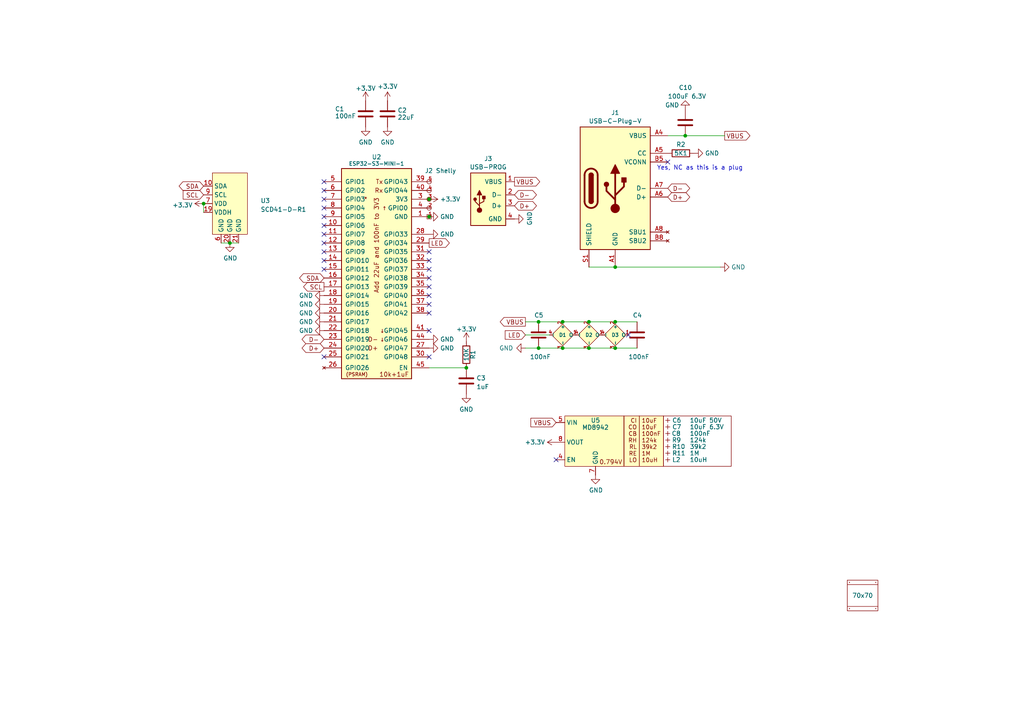
<source format=kicad_sch>
(kicad_sch (version 20230121) (generator eeschema)
  (paper "A4")
  (title_block (title "Generic ESP32 USB-A") (date "${DATE}") (rev "1") (comment 1 "@TheRealRevK") (comment 2 "www.me.uk"))
  (lib_symbols
    (symbol "Device:C" (pin_numbers hide) (pin_names (offset 0.254))
      (property "Reference" "C" (at 0.635 2.54 0))
      (property "Value" "C" (at 0.635 -2.54 0))
      (symbol "C_0_1"
        (polyline (pts (xy -2.032 -0.762) (xy 2.032 -0.762)) (stroke (width 0.508)))
        (polyline (pts (xy -2.032 0.762) (xy 2.032 0.762)) (stroke (width 0.508)))
      )
      (symbol "C_1_1"
        (pin passive line (at 0 3.81 270) (length 2.794) (name "~") (number "1"))
        (pin passive line (at 0 -3.81 90) (length 2.794) (name "~") (number "2"))
      )
    )
    (symbol "Device:R" (pin_numbers hide) (pin_names (offset 0))
      (property "Reference" "R" (at 2.032 0 90))
      (property "Value" "R" (at 0 0 90))
      (symbol "R_0_1"
        (rectangle (start -1.016 -2.54) (end 1.016 2.54) (stroke (width 0.254)))
      )
      (symbol "R_1_1"
        (pin passive line (at 0 3.81 270) (length 1.27) (name "~") (number "1"))
        (pin passive line (at 0 -3.81 90) (length 1.27) (name "~") (number "2"))
      )
    )
    (symbol "RevK:ESP32-S3-MINI-1-N4R2" (pin_names (offset 1.016))
      (property "Reference" "U" (at 0 27.94 0))
      (property "Value" "ESP32-S3-MINI-1-N4R2" (at 0 31.115 0))
      (symbol "ESP32-S3-MINI-1-N4R2_0_0"
        (rectangle (start -10.16 30.48) (end 10.16 -30.48) (stroke (width 0.254)) (fill (type background)))
      )
      (symbol "ESP32-S3-MINI-1-N4R2_1_1"
        (text "(PSRAM)" (at -5.715 -29.21 0) (effects (font (size 1 1))))
        (text "*" (at -3.175 21.59 0) (effects (font (size 1.27 1.27))))
        (text "10k+1uF" (at 5.08 -29.21 0) (effects (font (size 1.27 1.27))))
        (text "Add 22uF and 100nF to 3V3" (at 0 8.255 900) (effects (font (size 1.27 1.27))))
        (text "D+" (at -2.54 -21.59 0) (effects (font (size 1.27 1.27)) (justify left)))
        (text "D-" (at -2.54 -19.05 0) (effects (font (size 1.27 1.27)) (justify left)))
        (text "Rx" (at 1.905 24.13 0) (effects (font (size 1.27 1.27)) (justify right)))
        (text "Tx" (at 1.905 26.67 0) (effects (font (size 1.27 1.27)) (justify right)))
        (text "↑" (at 3.175 19.05 0) (effects (font (size 1.27 1.27)) (justify right)))
        (text "↓" (at 2.54 -19.05 0) (effects (font (size 1.27 1.27)) (justify right)))
        (text "↓" (at 2.54 -16.51 0) (effects (font (size 1.27 1.27)) (justify right)))
        (pin power_in line (at 15.24 16.51 180) (length 5.08) (name "GND") (number "1"))
        (pin passive line (at -15.24 13.97 0) (length 5.08) (name "GPIO6") (number "10"))
        (pin passive line (at -15.24 11.43 0) (length 5.08) (name "GPIO7") (number "11"))
        (pin passive line (at -15.24 8.89 0) (length 5.08) (name "GPIO8") (number "12"))
        (pin passive line (at -15.24 6.35 0) (length 5.08) (name "GPIO9") (number "13"))
        (pin passive line (at -15.24 3.81 0) (length 5.08) (name "GPIO10") (number "14"))
        (pin passive line (at -15.24 1.27 0) (length 5.08) (name "GPIO11") (number "15"))
        (pin passive line (at -15.24 -1.27 0) (length 5.08) (name "GPIO12") (number "16"))
        (pin passive line (at -15.24 -3.81 0) (length 5.08) (name "GPIO13") (number "17"))
        (pin passive line (at -15.24 -6.35 0) (length 5.08) (name "GPIO14") (number "18"))
        (pin passive line (at -15.24 -8.89 0) (length 5.08) (name "GPIO15") (number "19"))
        (pin power_in line (at 15.24 16.51 180) (length 5.08) hide (name "GND") (number "2"))
        (pin passive line (at -15.24 -11.43 0) (length 5.08) (name "GPIO16") (number "20"))
        (pin passive line (at -15.24 -13.97 0) (length 5.08) (name "GPIO17") (number "21"))
        (pin passive line (at -15.24 -16.51 0) (length 5.08) (name "GPIO18") (number "22"))
        (pin passive line (at -15.24 -19.05 0) (length 5.08) (name "GPIO19") (number "23"))
        (pin passive line (at -15.24 -21.59 0) (length 5.08) (name "GPIO20") (number "24"))
        (pin passive line (at -15.24 -24.13 0) (length 5.08) (name "GPIO21") (number "25"))
        (pin no_connect line (at -15.24 -27.305 0) (length 5.08) (name "GPIO26") (number "26"))
        (pin passive line (at 15.24 -21.59 180) (length 5.08) (name "GPIO47") (number "27"))
        (pin passive line (at 15.24 11.43 180) (length 5.08) (name "GPIO33") (number "28"))
        (pin passive line (at 15.24 8.89 180) (length 5.08) (name "GPIO34") (number "29"))
        (pin power_in line (at 15.24 21.59 180) (length 5.08) (name "3V3") (number "3"))
        (pin passive line (at 15.24 -24.13 180) (length 5.08) (name "GPIO48") (number "30"))
        (pin passive line (at 15.24 6.35 180) (length 5.08) (name "GPIO35") (number "31"))
        (pin passive line (at 15.24 3.81 180) (length 5.08) (name "GPIO36") (number "32"))
        (pin passive line (at 15.24 1.27 180) (length 5.08) (name "GPIO37") (number "33"))
        (pin passive line (at 15.24 -1.27 180) (length 5.08) (name "GPIO38") (number "34"))
        (pin passive line (at 15.24 -3.81 180) (length 5.08) (name "GPIO39") (number "35"))
        (pin passive line (at 15.24 -6.35 180) (length 5.08) (name "GPIO40") (number "36"))
        (pin passive line (at 15.24 -8.89 180) (length 5.08) (name "GPIO41") (number "37"))
        (pin passive line (at 15.24 -11.43 180) (length 5.08) (name "GPIO42") (number "38"))
        (pin passive line (at 15.24 26.67 180) (length 5.08) (name "GPIO43") (number "39"))
        (pin passive line (at 15.24 19.05 180) (length 5.08) (name "GPIO0") (number "4"))
        (pin passive line (at 15.24 24.13 180) (length 5.08) (name "GPIO44") (number "40"))
        (pin passive line (at 15.24 -16.51 180) (length 5.08) (name "GPIO45") (number "41"))
        (pin power_in line (at 15.24 16.51 180) (length 5.08) hide (name "GND") (number "42"))
        (pin power_in line (at 15.24 16.51 180) (length 5.08) hide (name "GND") (number "43"))
        (pin passive line (at 15.24 -19.05 180) (length 5.08) (name "GPIO46") (number "44"))
        (pin input line (at 15.24 -27.305 180) (length 5.08) (name "EN") (number "45"))
        (pin power_in line (at 15.24 16.51 180) (length 5.08) hide (name "GND") (number "46"))
        (pin power_in line (at 15.24 16.51 180) (length 5.08) hide (name "GND") (number "47"))
        (pin power_in line (at 15.24 16.51 180) (length 5.08) hide (name "GND") (number "48"))
        (pin power_in line (at 15.24 16.51 180) (length 5.08) hide (name "GND") (number "49"))
        (pin passive line (at -15.24 26.67 0) (length 5.08) (name "GPIO1") (number "5"))
        (pin power_in line (at 15.24 16.51 180) (length 5.08) hide (name "GND") (number "50"))
        (pin power_in line (at 15.24 16.51 180) (length 5.08) hide (name "GND") (number "51"))
        (pin power_in line (at 15.24 16.51 180) (length 5.08) hide (name "GND") (number "52"))
        (pin power_in line (at 15.24 16.51 180) (length 5.08) hide (name "GND") (number "53"))
        (pin power_in line (at 15.24 16.51 180) (length 5.08) hide (name "GND") (number "54"))
        (pin power_in line (at 15.24 16.51 180) (length 5.08) hide (name "GND") (number "55"))
        (pin power_in line (at 15.24 16.51 180) (length 5.08) hide (name "GND") (number "56"))
        (pin power_in line (at 15.24 16.51 180) (length 5.08) hide (name "GND") (number "57"))
        (pin power_in line (at 15.24 16.51 180) (length 5.08) hide (name "GND") (number "58"))
        (pin power_in line (at 15.24 16.51 180) (length 5.08) hide (name "GND") (number "59"))
        (pin passive line (at -15.24 24.13 0) (length 5.08) (name "GPIO2") (number "6"))
        (pin power_in line (at 15.24 16.51 180) (length 5.08) hide (name "GND") (number "60"))
        (pin power_in line (at 15.24 16.51 180) (length 5.08) hide (name "GND") (number "61"))
        (pin power_in line (at 15.24 16.51 180) (length 5.08) hide (name "GND") (number "62"))
        (pin power_in line (at 15.24 16.51 180) (length 5.08) hide (name "GND") (number "63"))
        (pin power_in line (at 15.24 16.51 180) (length 5.08) hide (name "GND") (number "64"))
        (pin power_in line (at 15.24 16.51 180) (length 5.08) hide (name "GND") (number "65"))
        (pin passive line (at -15.24 21.59 0) (length 5.08) (name "GPIO3") (number "7"))
        (pin passive line (at -15.24 19.05 0) (length 5.08) (name "GPIO4") (number "8"))
        (pin passive line (at -15.24 16.51 0) (length 5.08) (name "GPIO5") (number "9"))
      )
    )
    (symbol "RevK:Hidden" (pin_names (offset 1.016)) (in_bom no)
      (property "Reference" "Z" (at 0.635 0 0))
      (property "Value" "Hidden" (at 4.445 0 0))
      (symbol "Hidden_0_1"
        (polyline (pts (xy -0.635 0) (xy 0.635 0)) (stroke (width 0.1524)))
        (polyline (pts (xy 0 0.635) (xy 0 -0.635)) (stroke (width 0.1524)))
      )
    )
    (symbol "RevK:MD89420-RegBlock"
      (property "Reference" "U" (at -0.635 4.445 0))
      (property "Value" "MD8942" (at 0 6.35 0))
      (symbol "MD89420-RegBlock_1_1"
        (rectangle (start -8.89 7.62) (end 8.255 -6.985) (fill (type background)))
        (rectangle (start 8.255 7.62) (end 12.7 -6.985) (fill (type background)))
        (rectangle (start 12.7 7.62) (end 19.685 -6.985) (fill (type background)))
        (rectangle (start 19.685 7.62) (end 39.37 -6.985))
        (text "0.794V" (at 4.445 -5.715 0) (effects (font (size 1.27 1.27))))
        (text "10uF\n10uF\n100nF\n124k\n39k2\n1M\n10uH" (at 13.335 6.985 0) (effects (font (size 1.185 1.185)) (justify left top)))
        (text "CI\nCO\nCB\nRH\nRL\nRE\nLO" (at 12.065 6.985 0) (effects (font (size 1.185 1.185)) (justify right top)))
        (pin no_connect line (at 5.715 0 0) (length 2.54) hide (name "") (number "1"))
        (pin power_in line (at 0 -9.525 90) (length 2.54) hide (name "GND") (number "2"))
        (pin no_connect line (at 5.715 1.905 0) (length 2.54) hide (name "") (number "3"))
        (pin input line (at -11.43 -5.08 0) (length 2.54) (name "EN") (number "4"))
        (pin power_in line (at -11.43 5.715 0) (length 2.54) (name "VIN") (number "5"))
        (pin no_connect line (at 5.715 -1.905 0) (length 2.54) hide (name "") (number "6"))
        (pin power_in line (at 0 -9.525 90) (length 2.54) (name "GND") (number "7"))
        (pin power_out line (at -11.43 0 0) (length 2.54) (name "VOUT") (number "8"))
      )
    )
    (symbol "RevK:PCB" (in_bom no)
      (property "Value" "XxY" (at 0 0 0))
      (symbol "PCB_0_1"
        (rectangle (start -4.445 4.445) (end 4.445 -4.445))
        (circle (center -3.81 -3.81) (radius 0.0001))
        (circle (center -3.81 3.81) (radius 0.0001))
        (circle (center 3.81 -3.81) (radius 0.0001))
        (circle (center 3.81 3.81) (radius 0.0001))
      )
    )
    (symbol "RevK:SCD41"
      (property "Reference" "U" (at -1.27 10.16 0))
      (property "Value" "SCD41" (at 1.27 7.62 0))
      (symbol "SCD41_0_1"
        (rectangle (start -5.08 8.89) (end 5.08 -8.89) (stroke (width 0.1524)) (fill (type background)))
      )
      (symbol "SCD41_1_1"
        (pin no_connect non_logic (at 7.62 0 180) (length 2.54) hide (name "DNC") (number "1"))
        (pin bidirectional line (at -7.62 5.08 0) (length 2.54) (name "SDA") (number "10"))
        (pin no_connect line (at 7.62 5.08 180) (length 2.54) hide (name "DNC") (number "11"))
        (pin no_connect non_logic (at 7.62 -2.54 180) (length 2.54) hide (name "DNC") (number "12"))
        (pin no_connect non_logic (at 7.62 -5.08 180) (length 2.54) hide (name "DNC") (number "13"))
        (pin no_connect non_logic (at 7.62 -7.62 180) (length 2.54) hide (name "DNC") (number "14"))
        (pin no_connect non_logic (at 7.62 2.54 180) (length 2.54) hide (name "DNC") (number "15"))
        (pin no_connect non_logic (at 7.62 -1.27 180) (length 2.54) hide (name "DNC") (number "16"))
        (pin no_connect non_logic (at 7.62 -3.81 180) (length 2.54) hide (name "DNC") (number "17"))
        (pin no_connect non_logic (at 7.62 -6.35 180) (length 2.54) hide (name "DNC") (number "18"))
        (pin power_in line (at -7.62 -2.54 0) (length 2.54) (name "VDDH") (number "19"))
        (pin no_connect non_logic (at 7.62 3.81 180) (length 2.54) hide (name "DNC") (number "2"))
        (pin power_in line (at 0 -11.43 90) (length 2.54) (name "GND") (number "20"))
        (pin power_in line (at 2.54 -11.43 90) (length 2.54) (name "GND") (number "21"))
        (pin no_connect non_logic (at 7.62 1.27 180) (length 2.54) hide (name "DNC") (number "3"))
        (pin no_connect non_logic (at 7.62 6.35 180) (length 2.54) hide (name "DNC") (number "4"))
        (pin no_connect non_logic (at 7.62 7.62 180) (length 2.54) hide (name "DNC") (number "5"))
        (pin power_in line (at -2.54 -11.43 90) (length 2.54) (name "GND") (number "6"))
        (pin power_in line (at -7.62 0 0) (length 2.54) (name "VDD") (number "7"))
        (pin no_connect non_logic (at 7.62 -8.89 180) (length 2.54) hide (name "DNC") (number "8"))
        (pin input line (at -7.62 2.54 0) (length 2.54) (name "SCL") (number "9"))
      )
    )
    (symbol "RevK:Shelly" (in_bom no)
      (property "Reference" "J" (at 2.54 -8.255 0))
      (property "Value" "Shelly" (at 2.54 9.525 0))
      (symbol "Shelly_0_1"
        (circle (center 0 -2.54) (radius 0.635) (stroke (width 0.1524)))
        (circle (center 0 0) (radius 0.635) (stroke (width 0.1524)))
        (circle (center 0 2.54) (radius 0.635) (stroke (width 0.1524)))
        (circle (center 0 5.08) (radius 0.635) (stroke (width 0.1524)))
        (rectangle (start 0.635 -5.715) (end -0.635 -4.445) (stroke (width 0.1524)))
      )
      (symbol "Shelly_1_1"
        (pin passive line (at 0 -5.08 0) (length 0.64) (name "GND") (number "1"))
        (pin passive line (at 0 -2.54 0) (length 0.64) (name "0") (number "2"))
        (pin passive line (at 0 0 0) (length 0.64) (name "3V3") (number "3"))
        (pin passive line (at 0 2.54 0) (length 0.64) (name "Rx") (number "4"))
        (pin passive line (at 0 5.08 0) (length 0.64) (name "Tx") (number "5"))
      )
    )
    (symbol "RevK:USB-C-Plug-V" (pin_names (offset 1.016))
      (property "Reference" "J" (at -10.16 19.05 0))
      (property "Value" "USB-C-Plug-V" (at 0 12.7 0))
      (symbol "USB-C-Plug-V_0_1"
        (rectangle (start -10.16 17.78) (end 10.16 -17.78) (stroke (width 0.254)) (fill (type background)))
        (arc (start -8.89 -3.81) (mid -6.985 -5.7067) (end -5.08 -3.81) (stroke (width 0.508)))
        (arc (start -7.62 -3.81) (mid -6.985 -4.4423) (end -6.35 -3.81) (stroke (width 0.254)))
        (arc (start -7.62 -3.81) (mid -6.985 -4.4423) (end -6.35 -3.81) (stroke (width 0.254)) (fill (type outline)))
        (rectangle (start -7.62 -3.81) (end -6.35 3.81) (stroke (width 0.254)) (fill (type outline)))
        (arc (start -6.35 3.81) (mid -6.985 4.4423) (end -7.62 3.81) (stroke (width 0.254)))
        (arc (start -6.35 3.81) (mid -6.985 4.4423) (end -7.62 3.81) (stroke (width 0.254)) (fill (type outline)))
        (arc (start -5.08 3.81) (mid -6.985 5.7067) (end -8.89 3.81) (stroke (width 0.508)))
        (circle (center -2.54 1.143) (radius 0.635) (stroke (width 0.254)) (fill (type outline)))
        (circle (center 0 -5.842) (radius 1.27) (fill (type outline)))
        (polyline (pts (xy -8.89 -3.81) (xy -8.89 3.81)) (stroke (width 0.508)))
        (polyline (pts (xy -5.08 3.81) (xy -5.08 -3.81)) (stroke (width 0.508)))
        (polyline (pts (xy 0 -5.842) (xy 0 4.318)) (stroke (width 0.508)))
        (polyline (pts (xy 0 -3.302) (xy -2.54 -0.762) (xy -2.54 0.508)) (stroke (width 0.508)))
        (polyline (pts (xy 0 -2.032) (xy 2.54 0.508) (xy 2.54 1.778)) (stroke (width 0.508)))
        (polyline (pts (xy -1.27 4.318) (xy 0 6.858) (xy 1.27 4.318) (xy -1.27 4.318)) (stroke (width 0.254)) (fill (type outline)))
        (rectangle (start 1.905 1.778) (end 3.175 3.048) (stroke (width 0.254)) (fill (type outline)))
      )
      (symbol "USB-C-Plug-V_1_1"
        (pin power_out line (at 0 -22.86 90) (length 5.08) (name "GND") (number "A1"))
        (pin passive line (at 0 -22.86 90) (length 5.08) hide (name "GND") (number "A12"))
        (pin power_out line (at 15.24 15.24 180) (length 5.08) (name "VBUS") (number "A4"))
        (pin bidirectional line (at 15.24 10.16 180) (length 5.08) (name "CC") (number "A5"))
        (pin bidirectional line (at 15.24 -2.54 180) (length 5.08) (name "D+") (number "A6"))
        (pin bidirectional line (at 15.24 0 180) (length 5.08) (name "D-") (number "A7"))
        (pin no_connect line (at 15.24 -12.7 180) (length 5.08) (name "SBU1") (number "A8"))
        (pin passive line (at 15.24 15.24 180) (length 5.08) hide (name "VBUS") (number "A9"))
        (pin passive line (at 0 -22.86 90) (length 5.08) hide (name "GND") (number "B1"))
        (pin passive line (at 0 -22.86 90) (length 5.08) hide (name "GND") (number "B12"))
        (pin passive line (at 15.24 15.24 180) (length 5.08) hide (name "VBUS") (number "B4"))
        (pin bidirectional line (at 15.24 7.62 180) (length 5.08) (name "VCONN") (number "B5"))
        (pin bidirectional line (at 15.24 -2.54 180) (length 5.08) hide (name "D+") (number "B6"))
        (pin bidirectional line (at 15.24 0 180) (length 5.08) hide (name "D-") (number "B7"))
        (pin no_connect line (at 15.24 -15.24 180) (length 5.08) (name "SBU2") (number "B8"))
        (pin passive line (at 15.24 15.24 180) (length 5.08) hide (name "VBUS") (number "B9"))
        (pin passive line (at -7.62 -22.86 90) (length 5.08) (name "SHIELD") (number "S1"))
        (pin passive line (at -7.62 -22.86 90) (length 5.08) hide (name "SHIELD") (number "S2"))
      )
    )
    (symbol "RevK:USB-PROG" (pin_names (offset 1.016)) (in_bom no)
      (property "Reference" "J" (at -5.08 11.43 0))
      (property "Value" "USB-PROG" (at -5.08 8.89 0))
      (symbol "USB-PROG_0_1"
        (rectangle (start -5.08 -7.62) (end 5.08 7.62) (stroke (width 0.254)) (fill (type background)))
        (circle (center -3.81 0) (radius 0.381) (stroke (width 0.254)) (fill (type outline)))
        (circle (center -2.54 -3.175) (radius 0.635) (stroke (width 0.254)) (fill (type outline)))
        (rectangle (start -1.651 0.889) (end -0.889 0.127) (stroke (width 0.254)) (fill (type outline)))
        (polyline (pts (xy -3.175 1.27) (xy -1.905 1.27) (xy -2.54 2.54) (xy -3.175 1.27)) (stroke (width 0.254)) (fill (type outline)))
        (polyline (pts (xy -2.54 -2.54) (xy -2.54 -1.905) (xy -3.81 -0.635) (xy -3.81 0)) (stroke (width 0.254)))
        (polyline (pts (xy -2.54 -1.905) (xy -2.54 -1.27) (xy -1.27 -0.635) (xy -1.27 0.635)) (stroke (width 0.254)))
      )
      (symbol "USB-PROG_1_1"
        (polyline (pts (xy -2.54 -1.27) (xy -2.54 1.27)) (stroke (width 0.254)))
        (pin passive line (at 7.62 5.08 180) (length 2.54) (name "VBUS") (number "1"))
        (pin bidirectional line (at 7.62 1.27 180) (length 2.54) (name "D-") (number "2"))
        (pin bidirectional line (at 7.62 -1.905 180) (length 2.54) (name "D+") (number "3"))
        (pin passive line (at 7.62 -5.715 180) (length 2.54) (name "GND") (number "4"))
      )
    )
    (symbol "RevK:VCUT" (in_bom no)
      (symbol "VCUT_0_1"
        (polyline (pts (xy -4.445 0) (xy 4.445 0)))
      )
    )
    (symbol "RevK:WS2812B-1mm" (pin_names (offset 0.254))
      (property "Reference" "D" (at 0 0 0))
      (symbol "WS2812B-1mm_1_1"
        (polyline (pts (xy 0 3.175) (xy 3.175 0) (xy 0 -3.175) (xy -3.175 0) (xy 0 3.175)) (fill (type background)))
        (pin output line (at 3.81 0 180) (length 0.5) (name "O") (number "1"))
        (pin power_in line (at 0 -3.81 90) (length 0.5) (name "+") (number "2"))
        (pin power_in line (at 0 3.81 270) (length 0.5) (name "-") (number "3"))
        (pin input line (at -3.81 0 0) (length 0.5) (name "I") (number "4"))
      )
    )
    (symbol "power:+3.3V" (power) (pin_names (offset 0))
      (property "Value" "+3.3V" (at 0 3.556 0))
      (symbol "+3.3V_0_1"
        (polyline (pts (xy -0.762 1.27) (xy 0 2.54)))
        (polyline (pts (xy 0 0) (xy 0 2.54)))
        (polyline (pts (xy 0 2.54) (xy 0.762 1.27)))
      )
      (symbol "+3.3V_1_1"
        (pin power_in line (at 0 0 90) (length 0) hide (name "+3.3V") (number "1"))
      )
    )
    (symbol "power:GND" (power) (pin_names (offset 0))
      (property "Value" "GND" (at 0 -3.81 0))
      (symbol "GND_0_1"
        (polyline (pts (xy 0 0) (xy 0 -1.27) (xy 1.27 -1.27) (xy 0 -2.54) (xy -1.27 -1.27) (xy 0 -1.27)))
      )
      (symbol "GND_1_1"
        (pin power_in line (at 0 0 270) (length 0) hide (name "GND") (number "1"))
      )
    )
  )
  (junction (at 178.435 93.345))
  (junction (at 66.675 70.485))
  (junction (at 124.46 57.785))
  (junction (at 124.46 62.865))
  (junction (at 170.815 100.965))
  (junction (at 59.055 59.055))
  (junction (at 178.435 77.47))
  (junction (at 170.815 93.345))
  (junction (at 156.21 93.345))
  (junction (at 163.195 100.965))
  (junction (at 156.21 100.965))
  (junction (at 135.255 106.68))
  (junction (at 178.435 100.965))
  (junction (at 198.755 39.37))
  (junction (at 163.195 93.345))
  (no_connect (at 93.98 78.105))
  (no_connect (at 193.675 46.99))
  (no_connect (at 124.46 90.805))
  (no_connect (at 93.98 52.705))
  (no_connect (at 93.98 65.405))
  (no_connect (at 124.46 75.565))
  (no_connect (at 93.98 57.785))
  (no_connect (at 161.29 133.35))
  (no_connect (at 93.98 73.025))
  (no_connect (at 93.98 75.565))
  (no_connect (at 124.46 83.185))
  (no_connect (at 93.98 55.245))
  (no_connect (at 124.46 95.885))
  (no_connect (at 124.46 85.725))
  (no_connect (at 124.46 88.265))
  (no_connect (at 124.46 78.105))
  (no_connect (at 182.245 97.155))
  (no_connect (at 124.46 80.645))
  (no_connect (at 124.46 103.505))
  (no_connect (at 93.98 67.945))
  (no_connect (at 93.98 60.325))
  (no_connect (at 93.98 103.505))
  (no_connect (at 124.46 73.025))
  (no_connect (at 93.98 62.865))
  (no_connect (at 93.98 70.485))
  (wire (pts (xy 152.4 97.155) (xy 159.385 97.155)))
  (wire (pts (xy 64.135 70.485) (xy 66.675 70.485)))
  (wire (pts (xy 178.435 93.345) (xy 184.785 93.345)))
  (wire (pts (xy 66.675 70.485) (xy 69.215 70.485)))
  (wire (pts (xy 198.755 39.37) (xy 210.185 39.37)))
  (wire (pts (xy 124.46 106.68) (xy 135.255 106.68)))
  (wire (pts (xy 198.755 39.37) (xy 193.675 39.37)))
  (wire (pts (xy 163.195 93.345) (xy 170.815 93.345)))
  (wire (pts (xy 156.21 93.345) (xy 163.195 93.345)))
  (wire (pts (xy 152.4 100.965) (xy 156.21 100.965)))
  (wire (pts (xy 163.195 100.965) (xy 170.815 100.965)))
  (wire (pts (xy 152.4 93.345) (xy 156.21 93.345)))
  (wire (pts (xy 170.815 100.965) (xy 178.435 100.965)))
  (wire (pts (xy 170.815 93.345) (xy 178.435 93.345)))
  (wire (pts (xy 156.21 100.965) (xy 163.195 100.965)))
  (wire (pts (xy 178.435 100.965) (xy 184.785 100.965)))
  (wire (pts (xy 170.815 77.47) (xy 178.435 77.47)))
  (wire (pts (xy 59.055 59.055) (xy 59.055 61.595)))
  (wire (pts (xy 178.435 77.47) (xy 208.915 77.47)))
  (text "Yes, NC as this is a plug" (at 190.5 49.53 0) (effects (font (size 1.27 1.27)) (justify left bottom)))
  (global_label "D+" (shape bidirectional) (at 193.675 57.15 0) (property "Intersheetrefs" "${INTERSHEET_REFS}" (effects hide)))
  (global_label "D-" (shape bidirectional) (at 149.225 56.515 0) (property "Intersheetrefs" "${INTERSHEET_REFS}" (effects hide)))
  (global_label "VBUS" (shape input) (at 161.29 122.555 180) (property "Intersheetrefs" "${INTERSHEET_REFS}" (effects hide)))
  (global_label "D+" (shape bidirectional) (at 149.225 59.69 0) (property "Intersheetrefs" "${INTERSHEET_REFS}" (effects hide)))
  (global_label "D+" (shape bidirectional) (at 93.98 100.965 180) (property "Intersheetrefs" "${INTERSHEET_REFS}" (effects hide)))
  (global_label "D-" (shape bidirectional) (at 193.675 54.61 0) (property "Intersheetrefs" "${INTERSHEET_REFS}" (effects hide)))
  (global_label "VBUS" (shape output) (at 152.4 93.345 180) (property "Intersheetrefs" "${INTERSHEET_REFS}" (effects hide)))
  (global_label "D-" (shape bidirectional) (at 93.98 98.425 180) (property "Intersheetrefs" "${INTERSHEET_REFS}" (effects hide)))
  (global_label "SCL" (shape output) (at 93.98 83.185 180) (property "Intersheetrefs" "${INTERSHEET_REFS}" (effects hide)))
  (global_label "VBUS" (shape output) (at 149.225 52.705 0) (property "Intersheetrefs" "${INTERSHEET_REFS}" (effects hide)))
  (global_label "SDA" (shape bidirectional) (at 59.055 53.975 180) (property "Intersheetrefs" "${INTERSHEET_REFS}" (effects hide)))
  (global_label "VBUS" (shape output) (at 210.185 39.37 0) (property "Intersheetrefs" "${INTERSHEET_REFS}" (effects hide)))
  (global_label "LED" (shape input) (at 152.4 97.155 180) (property "Intersheetrefs" "${INTERSHEET_REFS}" (effects hide)))
  (global_label "LED" (shape output) (at 124.46 70.485 0) (property "Intersheetrefs" "${INTERSHEET_REFS}" (effects hide)))
  (global_label "SDA" (shape bidirectional) (at 93.98 80.645 180) (property "Intersheetrefs" "${INTERSHEET_REFS}" (effects hide)))
  (global_label "SCL" (shape input) (at 59.055 56.515 180) (property "Intersheetrefs" "${INTERSHEET_REFS}" (effects hide)))
  (symbol (lib_id "RevK:Hidden") (at 193.675 123.825 0) (unit 1)
    (property "Reference" "C7" (at 194.945 123.825 0) (effects (justify left)))
    (property "Value" "10uF 6.3V" (at 200.025 123.825 0) (effects (justify left)))
    (property "Footprint" "RevK:C_0603_" (effects hide))
    (property "LCSC Part #" "C1691" (effects hide))
  )
  (symbol (lib_id "RevK:USB-PROG") (at 141.605 57.785 0) (unit 1) (in_bom no)
    (property "Reference" "J3" (at 141.605 46.0207 0))
    (property "Value" "USB-PROG" (at 141.605 48.4449 0))
    (property "Footprint" "RevK:USB-PROG" (effects hide))
    (property "Datasheet" " ~" (effects hide))
  )
  (symbol (lib_id "power:GND") (at 124.46 98.425 90) (unit 1)
    (property "Reference" "#PWR021" (effects hide))
    (property "Value" "GND" (at 127.635 98.425 90) (effects (justify right)))
  )
  (symbol (lib_id "power:GND") (at 93.98 93.345 270) (unit 1)
    (property "Reference" "#PWR018" (effects hide))
    (property "Value" "GND" (at 90.8051 93.345 90) (effects (justify right)))
  )
  (symbol (lib_id "RevK:MD89420-RegBlock") (at 172.72 128.27 0) (unit 1)
    (property "Reference" "U5" (at 172.72 121.92 0))
    (property "Value" "MD8942" (at 172.72 123.968 0))
    (property "Footprint" "RevK:SOT-23-6-MD8942" (effects hide))
    (property "Datasheet" "https://datasheet.lcsc.com/lcsc/2101111937_Shanghai-Mingda-Microelectronics-MD8942_C2684786.pdf" (effects hide))
    (property "LCSC Part #" "C2684786" (effects hide))
  )
  (symbol (lib_id "RevK:Hidden") (at 193.675 121.92 0) (unit 1)
    (property "Reference" "C6" (at 194.945 121.92 0) (effects (justify left)))
    (property "Value" "10uF 50V" (at 200.025 121.92 0) (effects (justify left)))
    (property "Footprint" "RevK:C_0603_" (effects hide))
    (property "LCSC Part #" "C1591" (effects hide))
  )
  (symbol (lib_id "power:+3.3V") (at 135.255 99.06 0) (unit 1)
    (property "Reference" "#PWR0106" (effects hide))
    (property "Value" "+3.3V" (at 135.255 95.4842 0))
  )
  (symbol (lib_id "RevK:WS2812B-1mm") (at 163.195 97.155 0) (mirror x) (unit 1)
    (property "Reference" "D1" (at 163.195 97.155 0) (effects (font (size 1 1))))
    (property "Value" "XL-1010RGBC-WS2812B" (effects hide))
    (property "Footprint" "RevK:SMD1010" (effects hide))
    (property "Datasheet" "https://datasheet.lcsc.com/lcsc/2301111010_XINGLIGHT-XL-1010RGBC-WS2812B_C5349953.pdf" (effects hide))
    (property "LCSC Part #" "C5349953" (effects hide))
  )
  (symbol (lib_id "RevK:SCD41") (at 66.675 59.055 0) (unit 1)
    (property "Reference" "U3" (at 75.565 58.2203 0) (effects (justify left)))
    (property "Value" "SCD41-D-R1" (at 75.565 60.7572 0) (effects (justify left)))
    (property "Footprint" "RevK:SCD41" (effects hide))
    (property "Datasheet" "https://www.mouser.co.uk/datasheet/2/682/Sensirion_CO2_Sensors_SCD4x_Datasheet-2321195.pdf" (effects hide))
  )
  (symbol (lib_id "RevK:VCUT") (at 250.19 175.895 0) (unit 1) (in_bom no)
    (property "Reference" "V2" (effects hide))
    (property "Value" "70" (effects hide))
    (property "Footprint" "RevK:VCUT70N" (effects hide))
    (property "Sim.Enable" "0" (effects hide))
  )
  (symbol (lib_id "RevK:Shelly") (at 124.46 57.785 0) (unit 1) (in_bom no)
    (property "Reference" "J2" (at 123.19 49.53 0) (effects (justify left)))
    (property "Value" "Shelly" (at 126.365 49.53 0) (effects (justify left)))
    (property "Footprint" "RevK:Shelly" (effects hide))
  )
  (symbol (lib_id "power:GND") (at 93.98 88.265 270) (unit 1)
    (property "Reference" "#PWR020" (effects hide))
    (property "Value" "GND" (at 90.8051 88.265 90) (effects (justify right)))
  )
  (symbol (lib_id "power:+3.3V") (at 161.29 128.27 90) (unit 1)
    (property "Reference" "#PWR09" (effects hide))
    (property "Value" "+3.3V" (at 158.115 128.27 90) (effects (justify left)))
  )
  (symbol (lib_id "power:GND") (at 93.98 85.725 270) (unit 1)
    (property "Reference" "#PWR023" (effects hide))
    (property "Value" "GND" (at 90.8051 85.725 90) (effects (justify right)))
  )
  (symbol (lib_id "Device:C") (at 135.255 110.49 0) (unit 1)
    (property "Reference" "C3" (at 138.176 109.6553 0) (effects (justify left)))
    (property "Value" "1uF" (at 138.176 112.1922 0) (effects (justify left)))
    (property "Footprint" "RevK:C_0402" (effects hide))
  )
  (symbol (lib_id "power:+3.3V") (at 59.055 59.055 90) (unit 1)
    (property "Reference" "#PWR07" (effects hide))
    (property "Value" "+3.3V" (at 55.88 59.4888 90) (effects (justify left)))
  )
  (symbol (lib_id "RevK:USB-C-Plug-V") (at 178.435 54.61 0) (unit 1)
    (property "Reference" "J1" (at 178.435 32.6857 0))
    (property "Value" "USB-C-Plug-V" (at 178.435 35.1099 0))
    (property "Footprint" "RevK:USB-C-Plug-V" (effects hide))
    (property "LCSC Part #" "C399938" (effects hide))
  )
  (symbol (lib_id "RevK:VCUT") (at 250.19 169.545 0) (unit 1) (in_bom no)
    (property "Reference" "V1" (effects hide))
    (property "Value" "70" (effects hide))
    (property "Footprint" "RevK:VCUT70N" (effects hide))
    (property "Sim.Enable" "0" (effects hide))
  )
  (symbol (lib_id "power:GND") (at 106.045 36.83 0) (unit 1)
    (property "Reference" "#PWR011" (effects hide))
    (property "Value" "GND" (at 106.045 41.2734 0))
  )
  (symbol (lib_id "RevK:Hidden") (at 193.675 131.445 0) (unit 1)
    (property "Reference" "R11" (at 194.945 131.445 0) (effects (justify left)))
    (property "Value" "1M" (at 200.025 131.445 0) (effects (justify left)))
    (property "Footprint" "RevK:R_0402_" (effects hide))
  )
  (symbol (lib_id "power:GND") (at 198.755 31.75 180) (unit 1)
    (property "Reference" "#PWR05" (effects hide))
    (property "Value" "GND" (at 194.945 30.48 0))
  )
  (symbol (lib_id "Device:R") (at 197.485 44.45 90) (unit 1)
    (property "Reference" "R2" (at 197.485 41.91 90))
    (property "Value" "5K1" (at 197.485 44.45 90))
    (property "Footprint" "RevK:R_0402" (effects hide))
  )
  (symbol (lib_id "power:+3.3V") (at 112.395 29.21 0) (unit 1)
    (property "Reference" "#PWR012" (effects hide))
    (property "Value" "+3.3V" (at 112.395 25.0769 0))
  )
  (symbol (lib_id "power:GND") (at 201.295 44.45 90) (unit 1)
    (property "Reference" "#PWR06" (effects hide))
    (property "Value" "GND" (at 204.47 44.45 90) (effects (justify right)))
  )
  (symbol (lib_id "Device:C") (at 112.395 33.02 0) (unit 1)
    (property "Reference" "C2" (at 115.316 31.996 0) (effects (justify left)))
    (property "Value" "22uF" (at 115.316 34.044 0) (effects (justify left)))
    (property "Footprint" "RevK:C_0402" (effects hide))
  )
  (symbol (lib_id "power:GND") (at 93.98 95.885 270) (unit 1)
    (property "Reference" "#PWR019" (effects hide))
    (property "Value" "GND" (at 90.8051 95.885 90) (effects (justify right)))
  )
  (symbol (lib_id "RevK:PCB") (at 250.19 172.72 0) (unit 1) (in_bom no)
    (property "Reference" "PCB1" (effects hide))
    (property "Value" "70x70" (at 250.19 172.72 0))
    (property "Footprint" "RevK:PCB7070" (effects hide))
  )
  (symbol (lib_id "RevK:Hidden") (at 193.675 127.635 0) (unit 1)
    (property "Reference" "R9" (at 196.215 127.635 0))
    (property "Value" "124k" (at 200.025 127.635 0) (effects (justify left)))
    (property "Footprint" "RevK:R_0402_" (effects hide))
  )
  (symbol (lib_id "power:GND") (at 208.915 77.47 90) (unit 1)
    (property "Reference" "#PWR016" (effects hide))
    (property "Value" "GND" (at 212.09 77.47 90) (effects (justify right)))
  )
  (symbol (lib_id "RevK:WS2812B-1mm") (at 178.435 97.155 0) (mirror x) (unit 1)
    (property "Reference" "D3" (at 178.435 97.155 0) (effects (font (size 1 1))))
    (property "Value" "XL-1010RGBC-WS2812B" (effects hide))
    (property "Footprint" "RevK:SMD1010" (effects hide))
    (property "Datasheet" "https://datasheet.lcsc.com/lcsc/2301111010_XINGLIGHT-XL-1010RGBC-WS2812B_C5349953.pdf" (effects hide))
    (property "LCSC Part #" "C5349953" (effects hide))
  )
  (symbol (lib_id "power:GND") (at 66.675 70.485 0) (unit 1)
    (property "Reference" "#PWR025" (effects hide))
    (property "Value" "GND" (at 66.802 74.8792 0))
  )
  (symbol (lib_id "power:GND") (at 152.4 100.965 270) (unit 1)
    (property "Reference" "#PWR022" (effects hide))
    (property "Value" "GND" (at 144.78 100.965 90) (effects (justify left)))
  )
  (symbol (lib_id "power:GND") (at 135.255 114.3 0) (unit 1)
    (property "Reference" "#PWR0105" (effects hide))
    (property "Value" "GND" (at 135.255 118.7434 0))
  )
  (symbol (lib_id "power:GND") (at 124.46 62.865 90) (unit 1)
    (property "Reference" "#PWR01" (effects hide))
    (property "Value" "GND" (at 127.635 62.865 90) (effects (justify right)))
  )
  (symbol (lib_id "power:+3.3V") (at 106.045 29.21 0) (unit 1)
    (property "Reference" "#PWR08" (effects hide))
    (property "Value" "+3.3V" (at 106.045 25.6342 0))
  )
  (symbol (lib_id "RevK:Hidden") (at 193.675 133.35 90) (unit 1)
    (property "Reference" "L2" (at 194.945 133.35 90) (effects (justify right)))
    (property "Value" "10uH" (at 200.025 133.35 90) (effects (justify right)))
    (property "Footprint" "RevK:L_4x4_" (effects hide))
  )
  (symbol (lib_id "RevK:ESP32-S3-MINI-1-N4R2") (at 109.22 79.375 0) (unit 1)
    (property "Reference" "U2" (at 109.22 45.5382 0))
    (property "Value" "ESP32-S3-MINI-1" (at 109.22 47.4746 0) (effects (font (size 1.1 1.1))))
    (property "Footprint" "RevK:ESP32-S3-MINI-1" (effects hide))
    (property "Datasheet" "https://www.espressif.com/sites/default/files/documentation/esp32-s3-mini-1_mini-1u_datasheet_en.pdf" (effects hide))
    (property "LCSC Part #" "C3013941" (effects hide))
  )
  (symbol (lib_id "power:GND") (at 93.98 90.805 270) (unit 1)
    (property "Reference" "#PWR024" (effects hide))
    (property "Value" "GND" (at 90.8051 90.805 90) (effects (justify right)))
  )
  (symbol (lib_id "Device:C") (at 184.785 97.155 0) (unit 1)
    (property "Reference" "C4" (at 183.515 91.44 0) (effects (justify left)))
    (property "Value" "100nF" (at 182.245 103.505 0) (effects (justify left)))
    (property "Footprint" "RevK:C_0402" (effects hide))
  )
  (symbol (lib_id "power:GND") (at 124.46 67.945 90) (unit 1)
    (property "Reference" "#PWR015" (effects hide))
    (property "Value" "GND" (at 127.635 67.945 90) (effects (justify right)))
  )
  (symbol (lib_id "power:+3.3V") (at 124.46 57.785 270) (unit 1)
    (property "Reference" "#PWR03" (effects hide))
    (property "Value" "+3.3V" (at 127.635 57.785 90) (effects (justify left)))
  )
  (symbol (lib_id "Device:C") (at 106.045 33.02 0) (unit 1)
    (property "Reference" "C1" (at 97.155 31.607 0) (effects (justify left)))
    (property "Value" "100nF" (at 97.155 33.655 0) (effects (justify left)))
    (property "Footprint" "RevK:C_0402" (effects hide))
  )
  (symbol (lib_id "Device:C") (at 198.755 35.56 0) (unit 1)
    (property "Reference" "C10" (at 196.85 25.4 0) (effects (justify left)))
    (property "Value" "100uF 6.3V" (at 193.675 27.94 0) (effects (justify left)))
    (property "Footprint" "RevK:C_1206" (effects hide))
  )
  (symbol (lib_id "Device:R") (at 135.255 102.87 0) (unit 1)
    (property "Reference" "R1" (at 137.16 102.87 90))
    (property "Value" "10K" (at 135.255 102.87 90))
    (property "Footprint" "RevK:R_0402" (effects hide))
  )
  (symbol (lib_id "Device:C") (at 156.21 97.155 0) (unit 1)
    (property "Reference" "C5" (at 154.94 91.44 0) (effects (justify left)))
    (property "Value" "100nF" (at 153.67 103.505 0) (effects (justify left)))
    (property "Footprint" "RevK:C_0402" (effects hide))
  )
  (symbol (lib_id "power:GND") (at 172.72 137.795 0) (unit 1)
    (property "Reference" "#PWR010" (effects hide))
    (property "Value" "GND" (at 172.847 142.1892 0))
  )
  (symbol (lib_id "power:GND") (at 112.395 36.83 0) (unit 1)
    (property "Reference" "#PWR013" (effects hide))
    (property "Value" "GND" (at 112.395 41.2734 0))
  )
  (symbol (lib_id "RevK:Hidden") (at 193.675 129.54 270) (unit 1)
    (property "Reference" "R10" (at 196.85 129.54 90))
    (property "Value" "39k2" (at 200.025 129.54 90) (effects (justify left)))
    (property "Footprint" "RevK:R_0402_" (effects hide))
  )
  (symbol (lib_id "power:GND") (at 124.46 100.965 90) (unit 1)
    (property "Reference" "#PWR017" (effects hide))
    (property "Value" "GND" (at 127.635 100.965 90) (effects (justify right)))
  )
  (symbol (lib_id "RevK:WS2812B-1mm") (at 170.815 97.155 0) (mirror x) (unit 1)
    (property "Reference" "D2" (at 170.815 97.155 0) (effects (font (size 1 1))))
    (property "Value" "XL-1010RGBC-WS2812B" (effects hide))
    (property "Footprint" "RevK:SMD1010" (effects hide))
    (property "Datasheet" "https://datasheet.lcsc.com/lcsc/2301111010_XINGLIGHT-XL-1010RGBC-WS2812B_C5349953.pdf" (effects hide))
    (property "LCSC Part #" "C5349953" (effects hide))
  )
  (symbol (lib_id "RevK:Hidden") (at 193.675 125.73 90) (unit 1)
    (property "Reference" "C8" (at 197.485 125.73 90) (effects (justify left)))
    (property "Value" "100nF" (at 200.025 125.73 90) (effects (justify right)))
    (property "Footprint" "RevK:C_0603_" (effects hide))
  )
  (symbol (lib_id "power:GND") (at 149.225 63.5 90) (unit 1)
    (property "Reference" "#PWR014" (effects hide))
    (property "Value" "GND" (at 153.6192 63.373 0))
  )
)
</source>
